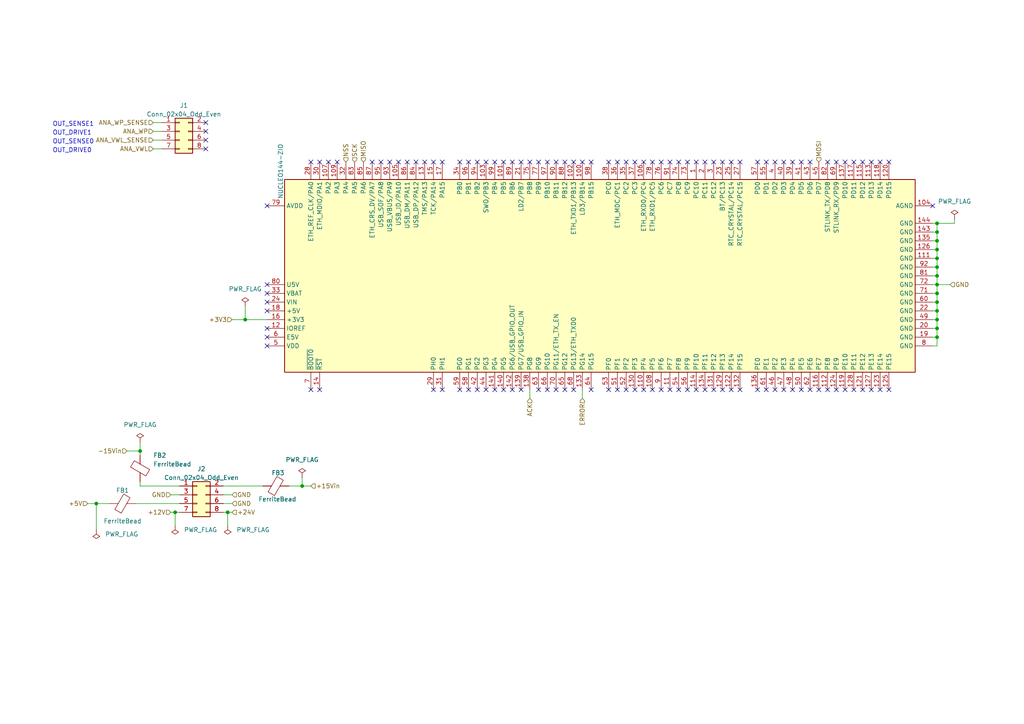
<source format=kicad_sch>
(kicad_sch (version 20211123) (generator eeschema)
  (paper "A4")
  (title_block (title "NR1B-Analog") (date "2022-07-26") (rev "v1.0") (company "University of Dallas") (comment 1 "Isaac Kelly"))
  (lib_symbols
    (symbol "Connector_Generic:Conn_02x04_Odd_Even" (pin_names (offset 1.016) hide)
      (property "Reference" "J" (at 1.27 5.08 0))
      (property "Value" "Conn_02x04_Odd_Even" (at 1.27 -7.62 0))
      (symbol "Conn_02x04_Odd_Even_1_1"
        (rectangle (start -1.27 -4.953) (end 0 -5.207) (stroke (width 0.1524)))
        (rectangle (start -1.27 -2.413) (end 0 -2.667) (stroke (width 0.1524)))
        (rectangle (start -1.27 0.127) (end 0 -0.127) (stroke (width 0.1524)))
        (rectangle (start -1.27 2.667) (end 0 2.413) (stroke (width 0.1524)))
        (rectangle (start -1.27 3.81) (end 3.81 -6.35) (stroke (width 0.254)) (fill (type background)))
        (rectangle (start 3.81 -4.953) (end 2.54 -5.207) (stroke (width 0.1524)))
        (rectangle (start 3.81 -2.413) (end 2.54 -2.667) (stroke (width 0.1524)))
        (rectangle (start 3.81 0.127) (end 2.54 -0.127) (stroke (width 0.1524)))
        (rectangle (start 3.81 2.667) (end 2.54 2.413) (stroke (width 0.1524)))
        (pin passive line (at -5.08 2.54 0) (length 3.81) (name "Pin_1") (number "1"))
        (pin passive line (at 7.62 2.54 180) (length 3.81) (name "Pin_2") (number "2"))
        (pin passive line (at -5.08 0 0) (length 3.81) (name "Pin_3") (number "3"))
        (pin passive line (at 7.62 0 180) (length 3.81) (name "Pin_4") (number "4"))
        (pin passive line (at -5.08 -2.54 0) (length 3.81) (name "Pin_5") (number "5"))
        (pin passive line (at 7.62 -2.54 180) (length 3.81) (name "Pin_6") (number "6"))
        (pin passive line (at -5.08 -5.08 0) (length 3.81) (name "Pin_7") (number "7"))
        (pin passive line (at 7.62 -5.08 180) (length 3.81) (name "Pin_8") (number "8"))
      )
    )
    (symbol "Device:FerriteBead" (pin_numbers hide) (pin_names (offset 0))
      (property "Reference" "FB" (at -3.81 0.635 90))
      (property "Value" "FerriteBead" (at 3.81 0 90))
      (symbol "FerriteBead_0_1"
        (polyline (pts (xy 0 -1.27) (xy 0 -1.2192)))
        (polyline (pts (xy 0 1.27) (xy 0 1.2954)))
        (polyline (pts (xy -2.7686 0.4064) (xy -1.7018 2.2606) (xy 2.7686 -0.3048) (xy 1.6764 -2.159) (xy -2.7686 0.4064)))
      )
      (symbol "FerriteBead_1_1"
        (pin passive line (at 0 3.81 270) (length 2.54) (name "~") (number "1"))
        (pin passive line (at 0 -3.81 90) (length 2.54) (name "~") (number "2"))
      )
    )
    (symbol "NISoC-Socket:NUCLEO144-ZIO"
      (property "Value" "NUCLEO144-ZIO" (at -22.86 92.71 0))
      (symbol "NUCLEO144-ZIO_0_1"
        (rectangle (start -27.94 -91.44) (end 27.94 91.44) (stroke (width 0.254)) (fill (type background)))
      )
      (symbol "NUCLEO144-ZIO_1_1"
        (pin bidirectional line (at 33.02 -27.94 180) (length 5.08) (name "PC10") (number "1"))
        (pin no_connect line (at -33.02 55.88 0) (length 5.08) hide (name "NC") (number "10"))
        (pin bidirectional line (at 33.02 5.08 180) (length 5.08) (name "LD3/PB14") (number "100"))
        (pin bidirectional line (at 33.02 27.94 180) (length 5.08) (name "PB5") (number "101"))
        (pin bidirectional line (at 33.02 7.62 180) (length 5.08) (name "ETH_TXD1/PB13") (number "102"))
        (pin bidirectional line (at 33.02 33.02 180) (length 5.08) (name "SWO/PB3") (number "103"))
        (pin power_in line (at 20.32 -96.52 90) (length 5.08) (name "AGND") (number "104"))
        (pin bidirectional line (at 33.02 58.42 180) (length 5.08) (name "USB_ID/PA10") (number "105"))
        (pin bidirectional line (at 33.02 -12.7 180) (length 5.08) (name "ETH_RXD0/PC4") (number "106"))
        (pin bidirectional line (at 33.02 78.74 180) (length 5.08) (name "PA2") (number "107"))
        (pin bidirectional line (at -33.02 -15.24 0) (length 5.08) (name "PF5") (number "108"))
        (pin bidirectional line (at 33.02 76.2 180) (length 5.08) (name "PA3") (number "109"))
        (pin bidirectional line (at -33.02 -20.32 0) (length 5.08) (name "PF7") (number "11"))
        (pin bidirectional line (at -33.02 -12.7 0) (length 5.08) (name "PF4") (number "110"))
        (pin power_in line (at 5.08 -96.52 90) (length 5.08) (name "GND") (number "111"))
        (pin bidirectional line (at -33.02 -66.04 0) (length 5.08) (name "PE8") (number "112"))
        (pin bidirectional line (at 33.02 -78.74 180) (length 5.08) (name "PD13") (number "113"))
        (pin bidirectional line (at -33.02 -27.94 0) (length 5.08) (name "PF10") (number "114"))
        (pin bidirectional line (at 33.02 -76.2 180) (length 5.08) (name "PD12") (number "115"))
        (pin bidirectional line (at -33.02 -63.5 0) (length 5.08) (name "PE7") (number "116"))
        (pin bidirectional line (at 33.02 -73.66 180) (length 5.08) (name "PD11") (number "117"))
        (pin bidirectional line (at 33.02 -81.28 180) (length 5.08) (name "PD14") (number "118"))
        (pin bidirectional line (at -33.02 -71.12 0) (length 5.08) (name "PE10") (number "119"))
        (pin power_in line (at -15.24 96.52 270) (length 5.08) (name "IOREF") (number "12"))
        (pin bidirectional line (at 33.02 -83.82 180) (length 5.08) (name "PD15") (number "120"))
        (pin bidirectional line (at -33.02 -76.2 0) (length 5.08) (name "PE12") (number "121"))
        (pin bidirectional line (at -33.02 -38.1 0) (length 5.08) (name "PF14") (number "122"))
        (pin bidirectional line (at -33.02 -81.28 0) (length 5.08) (name "PE14") (number "123"))
        (pin bidirectional line (at -33.02 -68.58 0) (length 5.08) (name "PE9") (number "124"))
        (pin bidirectional line (at -33.02 -83.82 0) (length 5.08) (name "PE15") (number "125"))
        (pin power_in line (at 7.62 -96.52 90) (length 5.08) (name "GND") (number "126"))
        (pin bidirectional line (at -33.02 -78.74 0) (length 5.08) (name "PE13") (number "127"))
        (pin bidirectional line (at -33.02 -73.66 0) (length 5.08) (name "PE11") (number "128"))
        (pin bidirectional line (at -33.02 -35.56 0) (length 5.08) (name "PF13") (number "129"))
        (pin bidirectional line (at 33.02 50.8 180) (length 5.08) (name "TMS/PA13") (number "13"))
        (pin bidirectional line (at -33.02 -10.16 0) (length 5.08) (name "PF3") (number "130"))
        (pin bidirectional line (at -33.02 -33.02 0) (length 5.08) (name "PF12") (number "131"))
        (pin bidirectional line (at -33.02 -40.64 0) (length 5.08) (name "PF15") (number "132"))
        (pin bidirectional line (at -33.02 5.08 0) (length 5.08) (name "PG14") (number "133"))
        (pin bidirectional line (at -33.02 -30.48 0) (length 5.08) (name "PF11") (number "134"))
        (pin power_in line (at 10.16 -96.52 90) (length 5.08) (name "GND") (number "135"))
        (pin bidirectional line (at -33.02 -45.72 0) (length 5.08) (name "PE0") (number "136"))
        (pin bidirectional line (at 33.02 -71.12 180) (length 5.08) (name "PD10") (number "137"))
        (pin bidirectional line (at -33.02 20.32 0) (length 5.08) (name "PG8") (number "138"))
        (pin bidirectional line (at -33.02 22.86 0) (length 5.08) (name "PG7/USB_GPIO_IN") (number "139"))
        (pin input line (at -33.02 81.28 0) (length 5.08) (name "~{RST}") (number "14"))
        (pin bidirectional line (at -33.02 27.94 0) (length 5.08) (name "PG5") (number "140"))
        (pin bidirectional line (at -33.02 30.48 0) (length 5.08) (name "PG4") (number "141"))
        (pin bidirectional line (at -33.02 25.4 0) (length 5.08) (name "PG6/USB_GPIO_OUT") (number "142"))
        (pin power_in line (at 12.7 -96.52 90) (length 5.08) (name "GND") (number "143"))
        (pin power_in line (at 15.24 -96.52 90) (length 5.08) (name "GND") (number "144"))
        (pin bidirectional line (at 33.02 48.26 180) (length 5.08) (name "TCK/PA14") (number "15"))
        (pin power_in line (at -12.7 96.52 270) (length 5.08) (name "+3V3") (number "16"))
        (pin bidirectional line (at 33.02 45.72 180) (length 5.08) (name "PA15") (number "17"))
        (pin power_in line (at -10.16 96.52 270) (length 5.08) (name "+5V") (number "18"))
        (pin power_in line (at -17.78 -96.52 90) (length 5.08) (name "GND") (number "19"))
        (pin bidirectional line (at 33.02 -30.48 180) (length 5.08) (name "PC11") (number "2"))
        (pin power_in line (at -15.24 -96.52 90) (length 5.08) (name "GND") (number "20"))
        (pin bidirectional line (at 33.02 22.86 180) (length 5.08) (name "LD2/PB7") (number "21"))
        (pin power_in line (at -10.16 -96.52 90) (length 5.08) (name "GND") (number "22"))
        (pin bidirectional line (at 33.02 -35.56 180) (length 5.08) (name "BT/PC13") (number "23"))
        (pin power_in line (at -7.62 96.52 270) (length 5.08) (name "VIN") (number "24"))
        (pin bidirectional line (at 33.02 -38.1 180) (length 5.08) (name "RTC_CRYSTAL/PC14") (number "25"))
        (pin no_connect line (at -33.02 58.42 0) (length 5.08) hide (name "NC") (number "26"))
        (pin bidirectional line (at 33.02 -40.64 180) (length 5.08) (name "RTC_CRYSTAL/PC15") (number "27"))
        (pin bidirectional line (at 33.02 83.82 180) (length 5.08) (name "ETH_REF_CLK/PA0") (number "28"))
        (pin bidirectional line (at -33.02 48.26 0) (length 5.08) (name "PH0") (number "29"))
        (pin bidirectional line (at 33.02 -33.02 180) (length 5.08) (name "PC12") (number "3"))
        (pin bidirectional line (at 33.02 81.28 180) (length 5.08) (name "ETH_MDIO/PA1") (number "30"))
        (pin bidirectional line (at -33.02 45.72 0) (length 5.08) (name "PH1") (number "31"))
        (pin bidirectional line (at 33.02 73.66 180) (length 5.08) (name "PA4") (number "32"))
        (pin power_in line (at -5.08 96.52 270) (length 5.08) (name "VBAT") (number "33"))
        (pin bidirectional line (at 33.02 40.64 180) (length 5.08) (name "PB0") (number "34"))
        (pin bidirectional line (at 33.02 -7.62 180) (length 5.08) (name "PC2") (number "35"))
        (pin bidirectional line (at 33.02 -5.08 180) (length 5.08) (name "ETH_MDC/PC1") (number "36"))
        (pin bidirectional line (at 33.02 -10.16 180) (length 5.08) (name "PC3") (number "37"))
        (pin bidirectional line (at 33.02 -2.54 180) (length 5.08) (name "PC0") (number "38"))
        (pin bidirectional line (at 33.02 -55.88 180) (length 5.08) (name "PD4") (number "39"))
        (pin bidirectional line (at 33.02 -50.8 180) (length 5.08) (name "PD2") (number "4"))
        (pin bidirectional line (at 33.02 -53.34 180) (length 5.08) (name "PD3") (number "40"))
        (pin bidirectional line (at 33.02 -58.42 180) (length 5.08) (name "PD5") (number "41"))
        (pin bidirectional line (at -33.02 35.56 0) (length 5.08) (name "PG2") (number "42"))
        (pin bidirectional line (at 33.02 -60.96 180) (length 5.08) (name "PD6") (number "43"))
        (pin bidirectional line (at -33.02 33.02 0) (length 5.08) (name "PG3") (number "44"))
        (pin bidirectional line (at 33.02 -63.5 180) (length 5.08) (name "PD7") (number "45"))
        (pin bidirectional line (at -33.02 -50.8 0) (length 5.08) (name "PE2") (number "46"))
        (pin bidirectional line (at -33.02 -53.34 0) (length 5.08) (name "PE3") (number "47"))
        (pin bidirectional line (at -33.02 -55.88 0) (length 5.08) (name "PE4") (number "48"))
        (pin power_in line (at -12.7 -96.52 90) (length 5.08) (name "GND") (number "49"))
        (pin power_in line (at -20.32 96.52 270) (length 5.08) (name "VDD") (number "5"))
        (pin bidirectional line (at -33.02 -58.42 0) (length 5.08) (name "PE5") (number "50"))
        (pin bidirectional line (at -33.02 -5.08 0) (length 5.08) (name "PF1") (number "51"))
        (pin bidirectional line (at -33.02 -7.62 0) (length 5.08) (name "PF2") (number "52"))
        (pin bidirectional line (at -33.02 -2.54 0) (length 5.08) (name "PF0") (number "53"))
        (pin bidirectional line (at -33.02 -22.86 0) (length 5.08) (name "PF8") (number "54"))
        (pin bidirectional line (at 33.02 -48.26 180) (length 5.08) (name "PD1") (number "55"))
        (pin bidirectional line (at -33.02 -25.4 0) (length 5.08) (name "PF9") (number "56"))
        (pin bidirectional line (at 33.02 -45.72 180) (length 5.08) (name "PD0") (number "57"))
        (pin bidirectional line (at -33.02 38.1 0) (length 5.08) (name "PG1") (number "58"))
        (pin bidirectional line (at -33.02 40.64 0) (length 5.08) (name "PG0") (number "59"))
        (pin power_in line (at -17.78 96.52 270) (length 5.08) (name "E5V") (number "6"))
        (pin power_in line (at -7.62 -96.52 90) (length 5.08) (name "GND") (number "60"))
        (pin bidirectional line (at -33.02 -48.26 0) (length 5.08) (name "PE1") (number "61"))
        (pin bidirectional line (at -33.02 -60.96 0) (length 5.08) (name "PE6") (number "62"))
        (pin bidirectional line (at -33.02 17.78 0) (length 5.08) (name "PG9") (number "63"))
        (pin bidirectional line (at -33.02 2.54 0) (length 5.08) (name "PG15") (number "64"))
        (pin bidirectional line (at -33.02 10.16 0) (length 5.08) (name "PG12") (number "65"))
        (pin bidirectional line (at -33.02 15.24 0) (length 5.08) (name "PG10") (number "66"))
        (pin no_connect line (at -33.02 53.34 0) (length 5.08) hide (name "NC") (number "67"))
        (pin bidirectional line (at -33.02 7.62 0) (length 5.08) (name "PG13/ETH_TXD0") (number "68"))
        (pin bidirectional line (at 33.02 -68.58 180) (length 5.08) (name "STLINK_RX/PD9") (number "69"))
        (pin input line (at -33.02 83.82 0) (length 5.08) (name "~{BOOT0}") (number "7"))
        (pin bidirectional line (at -33.02 12.7 0) (length 5.08) (name "PG11/ETH_TX_EN") (number "70"))
        (pin power_in line (at -5.08 -96.52 90) (length 5.08) (name "GND") (number "71"))
        (pin power_in line (at -2.54 -96.52 90) (length 5.08) (name "GND") (number "72"))
        (pin bidirectional line (at 33.02 -25.4 180) (length 5.08) (name "PC9") (number "73"))
        (pin bidirectional line (at 33.02 -22.86 180) (length 5.08) (name "PC8") (number "74"))
        (pin bidirectional line (at 33.02 20.32 180) (length 5.08) (name "PB8") (number "75"))
        (pin bidirectional line (at 33.02 -17.78 180) (length 5.08) (name "PC6") (number "76"))
        (pin bidirectional line (at 33.02 17.78 180) (length 5.08) (name "PB9") (number "77"))
        (pin bidirectional line (at 33.02 -15.24 180) (length 5.08) (name "ETH_RXD1/PC5") (number "78"))
        (pin power_in line (at 20.32 96.52 270) (length 5.08) (name "AVDD") (number "79"))
        (pin power_in line (at -20.32 -96.52 90) (length 5.08) (name "GND") (number "8"))
        (pin power_in line (at -2.54 96.52 270) (length 5.08) (name "U5V") (number "80"))
        (pin power_in line (at 0 -96.52 90) (length 5.08) (name "GND") (number "81"))
        (pin bidirectional line (at 33.02 -66.04 180) (length 5.08) (name "STLINK_TX/PD8") (number "82"))
        (pin bidirectional line (at 33.02 71.12 180) (length 5.08) (name "PA5") (number "83"))
        (pin bidirectional line (at 33.02 53.34 180) (length 5.08) (name "USB_DP/PA12") (number "84"))
        (pin bidirectional line (at 33.02 68.58 180) (length 5.08) (name "PA6") (number "85"))
        (pin bidirectional line (at 33.02 55.88 180) (length 5.08) (name "USB_DM/PA11") (number "86"))
        (pin bidirectional line (at 33.02 66.04 180) (length 5.08) (name "ETH_CRS_DV/PA7") (number "87"))
        (pin bidirectional line (at 33.02 10.16 180) (length 5.08) (name "PB12") (number "88"))
        (pin bidirectional line (at 33.02 25.4 180) (length 5.08) (name "PB6") (number "89"))
        (pin bidirectional line (at -33.02 -17.78 0) (length 5.08) (name "PF6") (number "9"))
        (pin bidirectional line (at 33.02 12.7 180) (length 5.08) (name "PB11") (number "90"))
        (pin bidirectional line (at 33.02 -20.32 180) (length 5.08) (name "PC7") (number "91"))
        (pin power_in line (at 2.54 -96.52 90) (length 5.08) (name "GND") (number "92"))
        (pin bidirectional line (at 33.02 60.96 180) (length 5.08) (name "USB_VBUS/PA9") (number "93"))
        (pin bidirectional line (at 33.02 35.56 180) (length 5.08) (name "PB2") (number "94"))
        (pin bidirectional line (at 33.02 63.5 180) (length 5.08) (name "USB_SOF/PA8") (number "95"))
        (pin bidirectional line (at 33.02 38.1 180) (length 5.08) (name "PB1") (number "96"))
        (pin bidirectional line (at 33.02 15.24 180) (length 5.08) (name "PB10") (number "97"))
        (pin bidirectional line (at 33.02 2.54 180) (length 5.08) (name "PB15") (number "98"))
        (pin bidirectional line (at 33.02 30.48 180) (length 5.08) (name "PB4") (number "99"))
      )
    )
    (symbol "power:PWR_FLAG" (power) (pin_numbers hide) (pin_names (offset 0) hide)
      (property "Value" "PWR_FLAG" (at 0 3.81 0))
      (symbol "PWR_FLAG_0_0"
        (pin power_out line (at 0 0 90) (length 0) (name "pwr") (number "1"))
      )
      (symbol "PWR_FLAG_0_1"
        (polyline (pts (xy 0 0) (xy 0 1.27) (xy -1.016 1.905) (xy 0 2.54) (xy 1.016 1.905) (xy 0 1.27)))
      )
    )
  )
  (junction (at 271.78 92.71))
  (junction (at 50.8 148.59))
  (junction (at 27.94 146.05))
  (junction (at 271.78 67.31))
  (junction (at 66.04 148.59))
  (junction (at 87.63 140.97))
  (junction (at 40.64 130.81))
  (junction (at 271.78 74.93))
  (junction (at 271.78 77.47))
  (junction (at 71.12 92.71))
  (junction (at 271.78 97.79))
  (junction (at 271.78 90.17))
  (junction (at 271.78 80.01))
  (junction (at 271.78 87.63))
  (junction (at 271.78 69.85))
  (junction (at 271.78 82.55))
  (junction (at 271.78 72.39))
  (junction (at 271.78 64.77))
  (junction (at 271.78 85.09))
  (junction (at 271.78 95.25))
  (no_connect (at 110.49 46.99))
  (no_connect (at 184.15 46.99))
  (no_connect (at 191.77 113.03))
  (no_connect (at 176.53 46.99))
  (no_connect (at 194.31 113.03))
  (no_connect (at 184.15 113.03))
  (no_connect (at 92.71 46.99))
  (no_connect (at 77.47 95.25))
  (no_connect (at 199.39 113.03))
  (no_connect (at 240.03 46.99))
  (no_connect (at 161.29 113.03))
  (no_connect (at 247.65 113.03))
  (no_connect (at 95.25 46.99))
  (no_connect (at 171.45 113.03))
  (no_connect (at 128.27 113.03))
  (no_connect (at 242.57 113.03))
  (no_connect (at 133.35 113.03))
  (no_connect (at 181.61 113.03))
  (no_connect (at 77.47 90.17))
  (no_connect (at 113.03 46.99))
  (no_connect (at 59.69 43.18))
  (no_connect (at 120.65 46.99))
  (no_connect (at 77.47 82.55))
  (no_connect (at 255.27 113.03))
  (no_connect (at 222.25 113.03))
  (no_connect (at 151.13 113.03))
  (no_connect (at 143.51 46.99))
  (no_connect (at 128.27 46.99))
  (no_connect (at 115.57 46.99))
  (no_connect (at 232.41 46.99))
  (no_connect (at 222.25 46.99))
  (no_connect (at 59.69 38.1))
  (no_connect (at 138.43 46.99))
  (no_connect (at 148.59 46.99))
  (no_connect (at 179.07 46.99))
  (no_connect (at 196.85 113.03))
  (no_connect (at 237.49 113.03))
  (no_connect (at 194.31 46.99))
  (no_connect (at 204.47 113.03))
  (no_connect (at 125.73 46.99))
  (no_connect (at 176.53 113.03))
  (no_connect (at 257.81 46.99))
  (no_connect (at 186.69 113.03))
  (no_connect (at 77.47 85.09))
  (no_connect (at 138.43 113.03))
  (no_connect (at 168.91 46.99))
  (no_connect (at 166.37 46.99))
  (no_connect (at 59.69 40.64))
  (no_connect (at 77.47 100.33))
  (no_connect (at 209.55 113.03))
  (no_connect (at 59.69 35.56))
  (no_connect (at 77.47 59.69))
  (no_connect (at 245.11 46.99))
  (no_connect (at 158.75 46.99))
  (no_connect (at 240.03 113.03))
  (no_connect (at 77.47 87.63))
  (no_connect (at 151.13 46.99))
  (no_connect (at 146.05 46.99))
  (no_connect (at 219.71 46.99))
  (no_connect (at 250.19 113.03))
  (no_connect (at 214.63 113.03))
  (no_connect (at 252.73 46.99))
  (no_connect (at 229.87 113.03))
  (no_connect (at 255.27 46.99))
  (no_connect (at 252.73 113.03))
  (no_connect (at 161.29 46.99))
  (no_connect (at 135.89 113.03))
  (no_connect (at 90.17 113.03))
  (no_connect (at 118.11 46.99))
  (no_connect (at 257.81 113.03))
  (no_connect (at 207.01 113.03))
  (no_connect (at 247.65 46.99))
  (no_connect (at 227.33 113.03))
  (no_connect (at 212.09 113.03))
  (no_connect (at 224.79 113.03))
  (no_connect (at 97.79 46.99))
  (no_connect (at 242.57 46.99))
  (no_connect (at 179.07 113.03))
  (no_connect (at 143.51 113.03))
  (no_connect (at 201.93 46.99))
  (no_connect (at 156.21 113.03))
  (no_connect (at 224.79 46.99))
  (no_connect (at 227.33 46.99))
  (no_connect (at 234.95 46.99))
  (no_connect (at 189.23 46.99))
  (no_connect (at 186.69 46.99))
  (no_connect (at 204.47 46.99))
  (no_connect (at 199.39 46.99))
  (no_connect (at 196.85 46.99))
  (no_connect (at 207.01 46.99))
  (no_connect (at 209.55 46.99))
  (no_connect (at 212.09 46.99))
  (no_connect (at 214.63 46.99))
  (no_connect (at 201.93 113.03))
  (no_connect (at 232.41 113.03))
  (no_connect (at 191.77 46.99))
  (no_connect (at 92.71 113.03))
  (no_connect (at 156.21 46.99))
  (no_connect (at 250.19 46.99))
  (no_connect (at 90.17 46.99))
  (no_connect (at 133.35 46.99))
  (no_connect (at 140.97 113.03))
  (no_connect (at 171.45 46.99))
  (no_connect (at 234.95 113.03))
  (no_connect (at 146.05 113.03))
  (no_connect (at 229.87 46.99))
  (no_connect (at 107.95 46.99))
  (no_connect (at 189.23 113.03))
  (no_connect (at 163.83 46.99))
  (no_connect (at 135.89 46.99))
  (no_connect (at 245.11 113.03))
  (no_connect (at 181.61 46.99))
  (no_connect (at 148.59 113.03))
  (no_connect (at 77.47 97.79))
  (no_connect (at 163.83 113.03))
  (no_connect (at 219.71 113.03))
  (no_connect (at 158.75 113.03))
  (no_connect (at 153.67 46.99))
  (no_connect (at 166.37 113.03))
  (no_connect (at 270.51 59.69))
  (no_connect (at 123.19 46.99))
  (no_connect (at 125.73 113.03))
  (no_connect (at 140.97 46.99))
  (wire (pts (xy 153.67 115.57) (xy 153.67 113.03)))
  (wire (pts (xy 67.31 146.05) (xy 64.77 146.05)))
  (wire (pts (xy 67.31 148.59) (xy 66.04 148.59)))
  (wire (pts (xy 83.82 140.97) (xy 87.63 140.97)))
  (wire (pts (xy 271.78 92.71) (xy 271.78 90.17)))
  (wire (pts (xy 271.78 80.01) (xy 271.78 77.47)))
  (wire (pts (xy 271.78 100.33) (xy 271.78 97.79)))
  (wire (pts (xy 40.64 128.27) (xy 40.64 130.81)))
  (wire (pts (xy 271.78 74.93) (xy 270.51 74.93)))
  (wire (pts (xy 271.78 72.39) (xy 270.51 72.39)))
  (wire (pts (xy 87.63 138.43) (xy 87.63 140.97)))
  (wire (pts (xy 271.78 90.17) (xy 271.78 87.63)))
  (wire (pts (xy 271.78 74.93) (xy 271.78 72.39)))
  (wire (pts (xy 52.07 140.97) (xy 40.64 140.97)))
  (wire (pts (xy 25.4 146.05) (xy 27.94 146.05)))
  (wire (pts (xy 49.53 143.51) (xy 52.07 143.51)))
  (wire (pts (xy 271.78 82.55) (xy 270.51 82.55)))
  (wire (pts (xy 87.63 140.97) (xy 90.17 140.97)))
  (wire (pts (xy 271.78 64.77) (xy 276.86 64.77)))
  (wire (pts (xy 44.45 43.18) (xy 46.99 43.18)))
  (wire (pts (xy 271.78 72.39) (xy 271.78 69.85)))
  (wire (pts (xy 271.78 97.79) (xy 271.78 95.25)))
  (wire (pts (xy 271.78 97.79) (xy 270.51 97.79)))
  (wire (pts (xy 50.8 148.59) (xy 50.8 152.4)))
  (wire (pts (xy 71.12 92.71) (xy 77.47 92.71)))
  (wire (pts (xy 71.12 88.9) (xy 71.12 92.71)))
  (wire (pts (xy 271.78 82.55) (xy 271.78 80.01)))
  (wire (pts (xy 50.8 148.59) (xy 52.07 148.59)))
  (wire (pts (xy 271.78 87.63) (xy 271.78 85.09)))
  (wire (pts (xy 44.45 40.64) (xy 46.99 40.64)))
  (wire (pts (xy 27.94 146.05) (xy 31.75 146.05)))
  (wire (pts (xy 44.45 35.56) (xy 46.99 35.56)))
  (wire (pts (xy 271.78 92.71) (xy 270.51 92.71)))
  (wire (pts (xy 271.78 85.09) (xy 270.51 85.09)))
  (wire (pts (xy 271.78 69.85) (xy 271.78 67.31)))
  (wire (pts (xy 271.78 69.85) (xy 270.51 69.85)))
  (wire (pts (xy 271.78 67.31) (xy 270.51 67.31)))
  (wire (pts (xy 66.04 148.59) (xy 64.77 148.59)))
  (wire (pts (xy 49.53 148.59) (xy 50.8 148.59)))
  (wire (pts (xy 64.77 140.97) (xy 76.2 140.97)))
  (wire (pts (xy 27.94 146.05) (xy 27.94 153.67)))
  (wire (pts (xy 40.64 140.97) (xy 40.64 139.7)))
  (wire (pts (xy 271.78 90.17) (xy 270.51 90.17)))
  (wire (pts (xy 168.91 115.57) (xy 168.91 113.03)))
  (wire (pts (xy 36.83 130.81) (xy 40.64 130.81)))
  (wire (pts (xy 67.31 143.51) (xy 64.77 143.51)))
  (wire (pts (xy 276.86 64.77) (xy 276.86 63.5)))
  (wire (pts (xy 271.78 100.33) (xy 270.51 100.33)))
  (wire (pts (xy 271.78 64.77) (xy 270.51 64.77)))
  (wire (pts (xy 271.78 67.31) (xy 271.78 64.77)))
  (wire (pts (xy 271.78 77.47) (xy 271.78 74.93)))
  (wire (pts (xy 271.78 95.25) (xy 270.51 95.25)))
  (wire (pts (xy 39.37 146.05) (xy 52.07 146.05)))
  (wire (pts (xy 271.78 77.47) (xy 270.51 77.47)))
  (wire (pts (xy 66.04 148.59) (xy 66.04 152.4)))
  (wire (pts (xy 271.78 87.63) (xy 270.51 87.63)))
  (wire (pts (xy 44.45 38.1) (xy 46.99 38.1)))
  (wire (pts (xy 67.31 92.71) (xy 71.12 92.71)))
  (wire (pts (xy 271.78 82.55) (xy 275.59 82.55)))
  (wire (pts (xy 271.78 80.01) (xy 270.51 80.01)))
  (wire (pts (xy 271.78 95.25) (xy 271.78 92.71)))
  (wire (pts (xy 40.64 132.08) (xy 40.64 130.81)))
  (wire (pts (xy 271.78 85.09) (xy 271.78 82.55)))
  (text "OUT_SENSE1" (at 15.24 36.83 0) (effects (font (size 1.27 1.27)) (justify left bottom)))
  (text "OUT_SENSE0" (at 15.24 41.91 0) (effects (font (size 1.27 1.27)) (justify left bottom)))
  (text "OUT_DRIVE0" (at 15.24 44.45 0) (effects (font (size 1.27 1.27)) (justify left bottom)))
  (text "OUT_DRIVE1" (at 15.24 39.37 0) (effects (font (size 1.27 1.27)) (justify left bottom)))
  (hierarchical_label "ANA_VWL" (shape input) (at 44.45 43.18 180))
  (hierarchical_label "+5V" (shape input) (at 25.4 146.05 180))
  (hierarchical_label "ERROR" (shape input) (at 168.91 115.57 270))
  (hierarchical_label "ANA_WP_SENSE" (shape input) (at 44.45 35.56 180))
  (hierarchical_label "SCK" (shape input) (at 102.87 46.99 90))
  (hierarchical_label "+12V" (shape input) (at 49.53 148.59 180))
  (hierarchical_label "ANA_VWL_SENSE" (shape input) (at 44.45 40.64 180))
  (hierarchical_label "MOSI" (shape input) (at 237.49 46.99 90))
  (hierarchical_label "GND" (shape input) (at 275.59 82.55 0))
  (hierarchical_label "GND" (shape input) (at 67.31 143.51 0))
  (hierarchical_label "NSS" (shape input) (at 100.33 46.99 90))
  (hierarchical_label "ACK" (shape input) (at 153.67 115.57 270))
  (hierarchical_label "-15Vin" (shape input) (at 36.83 130.81 180))
  (hierarchical_label "ANA_WP" (shape input) (at 44.45 38.1 180))
  (hierarchical_label "+24V" (shape input) (at 67.31 148.59 0))
  (hierarchical_label "GND" (shape input) (at 49.53 143.51 180))
  (hierarchical_label "+3V3" (shape input) (at 67.31 92.71 180))
  (hierarchical_label "+15Vin" (shape input) (at 90.17 140.97 0))
  (hierarchical_label "MISO" (shape input) (at 105.41 46.99 90))
  (hierarchical_label "GND" (shape input) (at 67.31 146.05 0))
  (symbol (lib_id "power:PWR_FLAG") (at 27.94 153.67 180) (unit 1)
    (property "Reference" "#FLG01" (effects hide))
    (property "Value" "PWR_FLAG" (at 30.48 154.9399 0) (effects (justify right)))
  )
  (symbol (lib_id "power:PWR_FLAG") (at 66.04 152.4 180) (unit 1)
    (property "Reference" "#FLG07" (effects hide))
    (property "Value" "PWR_FLAG" (at 68.58 153.6699 0) (effects (justify right)))
  )
  (symbol (lib_id "Device:FerriteBead") (at 35.56 146.05 90) (unit 1)
    (property "Reference" "FB1" (at 35.56 142.24 90))
    (property "Value" "FerriteBead" (at 35.56 151.13 90))
    (property "Footprint" "Inductor_SMD:L_0805_2012Metric" (effects hide))
  )
  (symbol (lib_id "power:PWR_FLAG") (at 40.64 128.27 0) (unit 1)
    (property "Reference" "#FLG02" (effects hide))
    (property "Value" "PWR_FLAG" (at 40.64 123.19 0))
  )
  (symbol (lib_id "NISoC-Socket:NUCLEO144-ZIO") (at 173.99 80.01 90) (unit 1)
    (property "Reference" "X1" (effects hide))
    (property "Value" "NUCLEO144-ZIO" (at 81.3872 57.6706 0) (effects (justify left)))
    (property "Footprint" "NISoC-Socket:ST_Morpho_Connector_144_STLink_MountingHoles" (effects hide))
  )
  (symbol (lib_id "Device:FerriteBead") (at 40.64 135.89 0) (unit 1)
    (property "Reference" "FB2" (at 44.45 132.08 0) (effects (justify left)))
    (property "Value" "FerriteBead" (at 44.45 134.62 0) (effects (justify left)))
    (property "Footprint" "Inductor_SMD:L_0805_2012Metric" (effects hide))
  )
  (symbol (lib_id "Device:FerriteBead") (at 80.01 140.97 90) (unit 1)
    (property "Reference" "FB3" (at 78.74 137.16 90) (effects (justify right)))
    (property "Value" "FerriteBead" (at 74.93 144.78 90) (effects (justify right)))
    (property "Footprint" "Inductor_SMD:L_0805_2012Metric" (effects hide))
  )
  (symbol (lib_id "Connector_Generic:Conn_02x04_Odd_Even") (at 57.15 143.51 0) (unit 1)
    (property "Reference" "J2" (at 58.42 136.0002 0))
    (property "Value" "Conn_02x04_Odd_Even" (at 58.42 138.5371 0))
    (property "Footprint" "Connector_PinHeader_2.54mm:PinHeader_2x04_P2.54mm_Vertical" (effects hide))
  )
  (symbol (lib_id "power:PWR_FLAG") (at 87.63 138.43 0) (unit 1)
    (property "Reference" "#FLG04" (effects hide))
    (property "Value" "PWR_FLAG" (at 87.63 133.35 0))
  )
  (symbol (lib_id "power:PWR_FLAG") (at 276.86 63.5 0) (unit 1)
    (property "Reference" "#FLG05" (effects hide))
    (property "Value" "PWR_FLAG" (at 276.86 58.42 0))
  )
  (symbol (lib_id "Connector_Generic:Conn_02x04_Odd_Even") (at 52.07 38.1 0) (unit 1)
    (property "Reference" "J1" (at 53.34 30.5902 0))
    (property "Value" "Conn_02x04_Odd_Even" (at 53.34 33.1271 0))
    (property "Footprint" "Connector_PinHeader_2.54mm:PinHeader_2x04_P2.54mm_Vertical" (effects hide))
  )
  (symbol (lib_id "power:PWR_FLAG") (at 71.12 88.9 0) (unit 1)
    (property "Reference" "#FLG03" (effects hide))
    (property "Value" "PWR_FLAG" (at 71.12 83.82 0))
  )
  (symbol (lib_id "power:PWR_FLAG") (at 50.8 152.4 180) (unit 1)
    (property "Reference" "#FLG06" (effects hide))
    (property "Value" "PWR_FLAG" (at 53.34 153.6699 0) (effects (justify right)))
  )
)
</source>
